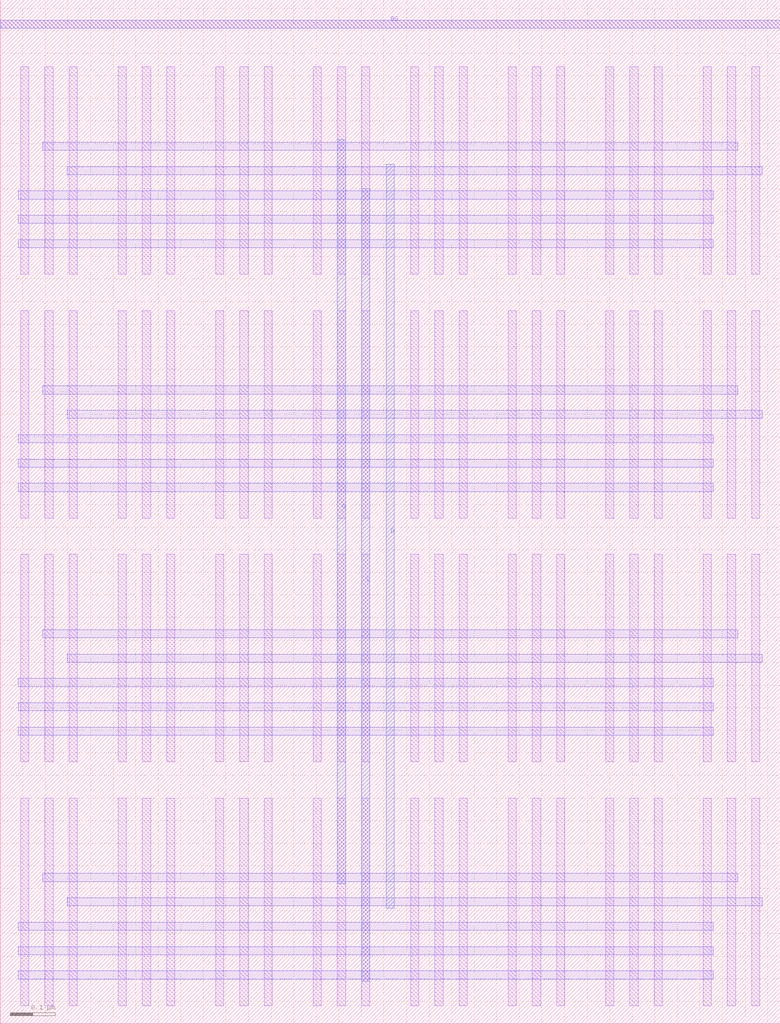
<source format=lef>
MACRO DCL_NMOS_n12_X1_Y1
  ORIGIN 0 0 ;
  FOREIGN DCL_NMOS_n12_X1_Y1 0 0 ;
  SIZE 0.432 BY 0.648 ;
  PIN S
    DIRECTION INOUT ;
    USE SIGNAL ;
    PORT
      LAYER M3 ;
        RECT 0.153 0.094 0.171 0.446 ;
    END
  END S
  PIN BG
    DIRECTION INOUT ;
    USE SIGNAL ;
    PORT
      LAYER M2 ;
        RECT 0.000 0.585 0.432 0.603 ;
    END
  END BG
  PIN D
    DIRECTION INOUT ;
    USE SIGNAL ;
    PORT
      LAYER M3 ;
        RECT 0.207 0.094 0.225 0.446 ;
    END
  END D
  OBS
    LAYER M2 ;
      RECT 0.094 0.261 0.392 0.279 ;
    LAYER M2 ;
      RECT 0.040 0.099 0.284 0.117 ;
    LAYER M2 ;
      RECT 0.040 0.153 0.284 0.171 ;
    LAYER M2 ;
      RECT 0.040 0.207 0.284 0.225 ;
    LAYER M1 ;
      RECT 0.099 0.040 0.117 0.500 ;
    LAYER M1 ;
      RECT 0.315 0.040 0.333 0.500 ;
    LAYER M1 ;
      RECT 0.045 0.040 0.063 0.500 ;
    LAYER M1 ;
      RECT 0.261 0.040 0.279 0.500 ;
    LAYER M1 ;
      RECT 0.153 0.040 0.171 0.500 ;
    LAYER M1 ;
      RECT 0.369 0.040 0.387 0.500 ;
    LAYER M1 ;
      RECT 0.000 0.585 0.432 0.603 ;   
  END
END DCL_NMOS_n12_X1_Y1
MACRO DCL_PMOS_n12_X5_Y2
  ORIGIN 0 0 ;
  FOREIGN DCL_PMOS_n12_X5_Y2 0 0 ;
  SIZE 2.160 BY 1.188 ;
  PIN S
    DIRECTION INOUT ;
    USE SIGNAL ;
    PORT
      LAYER M3 ;
        RECT 1.017 0.094 1.035 0.770 ;
    END
  END S
  PIN BG
    DIRECTION INOUT ;
    USE SIGNAL ;
    PORT
      LAYER M2 ;
        RECT 0.000 1.125 2.160 1.143 ;
    END
  END BG
  PIN D
    DIRECTION INOUT ;
    USE SIGNAL ;
    PORT
      LAYER M3 ;
        RECT 1.071 0.256 1.089 0.824 ;
    END
  END D
  OBS
    LAYER M2 ;
      RECT 0.094 0.261 2.120 0.279 ;
    LAYER M2 ;
      RECT 0.094 0.801 2.120 0.819 ;
    LAYER M2 ;
      RECT 0.040 0.099 2.012 0.117 ;
    LAYER M2 ;
      RECT 0.040 0.153 2.012 0.171 ;
    LAYER M2 ;
      RECT 0.040 0.207 2.012 0.225 ;
    LAYER M2 ;
      RECT 0.040 0.639 2.012 0.657 ;
    LAYER M2 ;
      RECT 0.040 0.693 2.012 0.711 ;
    LAYER M2 ;
      RECT 0.040 0.747 2.012 0.765 ;
    LAYER M1 ;
      RECT 0.000 1.125 2.160 1.143 ;
    LAYER M1 ;
      RECT 0.099 0.040 0.117 0.500 ;
    LAYER M1 ;
      RECT 0.099 0.580 0.117 1.040 ;
    LAYER M1 ;
      RECT 0.315 0.040 0.333 0.500 ;
    LAYER M1 ;
      RECT 0.315 0.580 0.333 1.040 ;
    LAYER M1 ;
      RECT 0.531 0.040 0.549 0.500 ;
    LAYER M1 ;
      RECT 0.531 0.580 0.549 1.040 ;
    LAYER M1 ;
      RECT 0.747 0.040 0.765 0.500 ;
    LAYER M1 ;
      RECT 0.747 0.580 0.765 1.040 ;
    LAYER M1 ;
      RECT 0.963 0.040 0.981 0.500 ;
    LAYER M1 ;
      RECT 0.963 0.580 0.981 1.040 ;
    LAYER M1 ;
      RECT 1.179 0.040 1.197 0.500 ;
    LAYER M1 ;
      RECT 1.179 0.580 1.197 1.040 ;
    LAYER M1 ;
      RECT 1.395 0.040 1.413 0.500 ;
    LAYER M1 ;
      RECT 1.395 0.580 1.413 1.040 ;
    LAYER M1 ;
      RECT 1.611 0.040 1.629 0.500 ;
    LAYER M1 ;
      RECT 1.611 0.580 1.629 1.040 ;
    LAYER M1 ;
      RECT 1.827 0.040 1.845 0.500 ;
    LAYER M1 ;
      RECT 1.827 0.580 1.845 1.040 ;
    LAYER M1 ;
      RECT 2.043 0.040 2.061 0.500 ;
    LAYER M1 ;
      RECT 2.043 0.580 2.061 1.040 ;
    LAYER M1 ;
      RECT 0.045 0.040 0.063 0.500 ;
    LAYER M1 ;
      RECT 0.045 0.580 0.063 1.040 ;
    LAYER M1 ;
      RECT 0.261 0.040 0.279 0.500 ;
    LAYER M1 ;
      RECT 0.261 0.580 0.279 1.040 ;
    LAYER M1 ;
      RECT 0.477 0.040 0.495 0.500 ;
    LAYER M1 ;
      RECT 0.477 0.580 0.495 1.040 ;
    LAYER M1 ;
      RECT 0.693 0.040 0.711 0.500 ;
    LAYER M1 ;
      RECT 0.693 0.580 0.711 1.040 ;
    LAYER M1 ;
      RECT 0.909 0.040 0.927 0.500 ;
    LAYER M1 ;
      RECT 0.909 0.580 0.927 1.040 ;
    LAYER M1 ;
      RECT 1.125 0.040 1.143 0.500 ;
    LAYER M1 ;
      RECT 1.125 0.580 1.143 1.040 ;
    LAYER M1 ;
      RECT 1.341 0.040 1.359 0.500 ;
    LAYER M1 ;
      RECT 1.341 0.580 1.359 1.040 ;
    LAYER M1 ;
      RECT 1.557 0.040 1.575 0.500 ;
    LAYER M1 ;
      RECT 1.557 0.580 1.575 1.040 ;
    LAYER M1 ;
      RECT 1.773 0.040 1.791 0.500 ;
    LAYER M1 ;
      RECT 1.773 0.580 1.791 1.040 ;
    LAYER M1 ;
      RECT 1.989 0.040 2.007 0.500 ;
    LAYER M1 ;
      RECT 1.989 0.580 2.007 1.040 ;
    LAYER M1 ;
      RECT 0.153 0.040 0.171 0.500 ;
    LAYER M1 ;
      RECT 0.153 0.580 0.171 1.040 ;
    LAYER M1 ;
      RECT 0.369 0.040 0.387 0.500 ;
    LAYER M1 ;
      RECT 0.369 0.580 0.387 1.040 ;
    LAYER M1 ;
      RECT 0.585 0.040 0.603 0.500 ;
    LAYER M1 ;
      RECT 0.585 0.580 0.603 1.040 ;
    LAYER M1 ;
      RECT 0.801 0.040 0.819 0.500 ;
    LAYER M1 ;
      RECT 0.801 0.580 0.819 1.040 ;
    LAYER M1 ;
      RECT 1.017 0.040 1.035 0.500 ;
    LAYER M1 ;
      RECT 1.017 0.580 1.035 1.040 ;
    LAYER M1 ;
      RECT 1.233 0.040 1.251 0.500 ;
    LAYER M1 ;
      RECT 1.233 0.580 1.251 1.040 ;
    LAYER M1 ;
      RECT 1.449 0.040 1.467 0.500 ;
    LAYER M1 ;
      RECT 1.449 0.580 1.467 1.040 ;
    LAYER M1 ;
      RECT 1.665 0.040 1.683 0.500 ;
    LAYER M1 ;
      RECT 1.665 0.580 1.683 1.040 ;
    LAYER M1 ;
      RECT 1.881 0.040 1.899 0.500 ;
    LAYER M1 ;
      RECT 1.881 0.580 1.899 1.040 ;
    LAYER M1 ;
      RECT 2.097 0.040 2.115 0.500 ;
    LAYER M1 ;
      RECT 2.097 0.580 2.115 1.040 ;
  END
END DCL_PMOS_n12_X5_Y2
MACRO Switch_NMOS_n12_X2_Y2
  ORIGIN 0 0 ;
  FOREIGN Switch_NMOS_n12_X2_Y2 0 0 ;
  SIZE 0.864 BY 1.188 ;
  PIN S
    DIRECTION INOUT ;
    USE SIGNAL ;
    PORT
      LAYER M3 ;
        RECT 0.369 0.094 0.387 0.770 ;
    END
  END S
  PIN BG
    DIRECTION INOUT ;
    USE SIGNAL ;
    PORT
      LAYER M2 ;
        RECT 0.000 1.125 0.864 1.143 ;
    END
  END BG
  PIN D
    DIRECTION INOUT ;
    USE SIGNAL ;
    PORT
      LAYER M3 ;
        RECT 0.423 0.256 0.441 0.824 ;
    END
  END D
  PIN G
    DIRECTION INOUT ;
    USE SIGNAL ;
    PORT
      LAYER M3 ;
        RECT 0.315 0.310 0.333 0.878 ;
    END
  END G
  OBS
    LAYER M2 ;
      RECT 0.094 0.315 0.770 0.333 ;
    LAYER M2 ;
      RECT 0.094 0.855 0.770 0.873 ;
    LAYER M2 ;
      RECT 0.148 0.261 0.824 0.279 ;
    LAYER M2 ;
      RECT 0.148 0.801 0.824 0.819 ;
    LAYER M2 ;
      RECT 0.040 0.099 0.716 0.117 ;
    LAYER M2 ;
      RECT 0.040 0.153 0.716 0.171 ;
    LAYER M2 ;
      RECT 0.040 0.207 0.716 0.225 ;
    LAYER M2 ;
      RECT 0.040 0.639 0.716 0.657 ;
    LAYER M2 ;
      RECT 0.040 0.693 0.716 0.711 ;
    LAYER M2 ;
      RECT 0.040 0.747 0.716 0.765 ;
    LAYER M1 ;
      RECT 0.000 1.125 0.864 1.143 ;
    LAYER M1 ;
      RECT 0.099 0.040 0.117 0.500 ;
    LAYER M1 ;
      RECT 0.099 0.580 0.117 1.040 ;
    LAYER M1 ;
      RECT 0.315 0.040 0.333 0.500 ;
    LAYER M1 ;
      RECT 0.315 0.580 0.333 1.040 ;
    LAYER M1 ;
      RECT 0.531 0.040 0.549 0.500 ;
    LAYER M1 ;
      RECT 0.531 0.580 0.549 1.040 ;
    LAYER M1 ;
      RECT 0.747 0.040 0.765 0.500 ;
    LAYER M1 ;
      RECT 0.747 0.580 0.765 1.040 ;
    LAYER M1 ;
      RECT 0.045 0.040 0.063 0.500 ;
    LAYER M1 ;
      RECT 0.045 0.580 0.063 1.040 ;
    LAYER M1 ;
      RECT 0.261 0.040 0.279 0.500 ;
    LAYER M1 ;
      RECT 0.261 0.580 0.279 1.040 ;
    LAYER M1 ;
      RECT 0.477 0.040 0.495 0.500 ;
    LAYER M1 ;
      RECT 0.477 0.580 0.495 1.040 ;
    LAYER M1 ;
      RECT 0.693 0.040 0.711 0.500 ;
    LAYER M1 ;
      RECT 0.693 0.580 0.711 1.040 ;
    LAYER M1 ;
      RECT 0.153 0.040 0.171 0.500 ;
    LAYER M1 ;
      RECT 0.153 0.580 0.171 1.040 ;
    LAYER M1 ;
      RECT 0.369 0.040 0.387 0.500 ;
    LAYER M1 ;
      RECT 0.369 0.580 0.387 1.040 ;
    LAYER M1 ;
      RECT 0.585 0.040 0.603 0.500 ;
    LAYER M1 ;
      RECT 0.585 0.580 0.603 1.040 ;
    LAYER M1 ;
      RECT 0.801 0.040 0.819 0.500 ;
    LAYER M1 ;
      RECT 0.801 0.580 0.819 1.040 ;
  END
END Switch_NMOS_n12_X2_Y2
MACRO Switch_NMOS_n12_X4_Y4
  ORIGIN 0 0 ;
  FOREIGN Switch_NMOS_n12_X4_Y4 0 0 ;
  SIZE 1.728 BY 2.268 ;
  PIN S
    DIRECTION INOUT ;
    USE SIGNAL ;
    PORT
      LAYER M3 ;
        RECT 0.801 0.094 0.819 1.850 ;
    END
  END S
  PIN BG
    DIRECTION INOUT ;
    USE SIGNAL ;
    PORT
      LAYER M2 ;
        RECT 0.000 2.205 1.728 2.223 ;
    END
  END BG
  PIN D
    DIRECTION INOUT ;
    USE SIGNAL ;
    PORT
      LAYER M3 ;
        RECT 0.855 0.256 0.873 1.904 ;
    END
  END D
  PIN G
    DIRECTION INOUT ;
    USE SIGNAL ;
    PORT
      LAYER M3 ;
        RECT 0.747 0.310 0.765 1.958 ;
    END
  END G
  OBS
    LAYER M2 ;
      RECT 0.094 0.315 1.634 0.333 ;
    LAYER M2 ;
      RECT 0.094 0.855 1.634 0.873 ;
    LAYER M2 ;
      RECT 0.094 1.395 1.634 1.413 ;
    LAYER M2 ;
      RECT 0.094 1.935 1.634 1.953 ;
    LAYER M2 ;
      RECT 0.148 0.261 1.688 0.279 ;
    LAYER M2 ;
      RECT 0.148 0.801 1.688 0.819 ;
    LAYER M2 ;
      RECT 0.148 1.341 1.688 1.359 ;
    LAYER M2 ;
      RECT 0.148 1.881 1.688 1.899 ;
    LAYER M2 ;
      RECT 0.040 0.099 1.580 0.117 ;
    LAYER M2 ;
      RECT 0.040 0.153 1.580 0.171 ;
    LAYER M2 ;
      RECT 0.040 0.207 1.580 0.225 ;
    LAYER M2 ;
      RECT 0.040 0.639 1.580 0.657 ;
    LAYER M2 ;
      RECT 0.040 0.693 1.580 0.711 ;
    LAYER M2 ;
      RECT 0.040 0.747 1.580 0.765 ;
    LAYER M2 ;
      RECT 0.040 1.179 1.580 1.197 ;
    LAYER M2 ;
      RECT 0.040 1.233 1.580 1.251 ;
    LAYER M2 ;
      RECT 0.040 1.287 1.580 1.305 ;
    LAYER M2 ;
      RECT 0.040 1.719 1.580 1.737 ;
    LAYER M2 ;
      RECT 0.040 1.773 1.580 1.791 ;
    LAYER M2 ;
      RECT 0.040 1.827 1.580 1.845 ;
    LAYER M1 ;
      RECT 0.000 2.205 1.728 2.223 ;
    LAYER M1 ;
      RECT 0.099 0.040 0.117 0.500 ;
    LAYER M1 ;
      RECT 0.099 0.580 0.117 1.040 ;
    LAYER M1 ;
      RECT 0.099 1.120 0.117 1.580 ;
    LAYER M1 ;
      RECT 0.099 1.660 0.117 2.120 ;
    LAYER M1 ;
      RECT 0.315 0.040 0.333 0.500 ;
    LAYER M1 ;
      RECT 0.315 0.580 0.333 1.040 ;
    LAYER M1 ;
      RECT 0.315 1.120 0.333 1.580 ;
    LAYER M1 ;
      RECT 0.315 1.660 0.333 2.120 ;
    LAYER M1 ;
      RECT 0.531 0.040 0.549 0.500 ;
    LAYER M1 ;
      RECT 0.531 0.580 0.549 1.040 ;
    LAYER M1 ;
      RECT 0.531 1.120 0.549 1.580 ;
    LAYER M1 ;
      RECT 0.531 1.660 0.549 2.120 ;
    LAYER M1 ;
      RECT 0.747 0.040 0.765 0.500 ;
    LAYER M1 ;
      RECT 0.747 0.580 0.765 1.040 ;
    LAYER M1 ;
      RECT 0.747 1.120 0.765 1.580 ;
    LAYER M1 ;
      RECT 0.747 1.660 0.765 2.120 ;
    LAYER M1 ;
      RECT 0.963 0.040 0.981 0.500 ;
    LAYER M1 ;
      RECT 0.963 0.580 0.981 1.040 ;
    LAYER M1 ;
      RECT 0.963 1.120 0.981 1.580 ;
    LAYER M1 ;
      RECT 0.963 1.660 0.981 2.120 ;
    LAYER M1 ;
      RECT 1.179 0.040 1.197 0.500 ;
    LAYER M1 ;
      RECT 1.179 0.580 1.197 1.040 ;
    LAYER M1 ;
      RECT 1.179 1.120 1.197 1.580 ;
    LAYER M1 ;
      RECT 1.179 1.660 1.197 2.120 ;
    LAYER M1 ;
      RECT 1.395 0.040 1.413 0.500 ;
    LAYER M1 ;
      RECT 1.395 0.580 1.413 1.040 ;
    LAYER M1 ;
      RECT 1.395 1.120 1.413 1.580 ;
    LAYER M1 ;
      RECT 1.395 1.660 1.413 2.120 ;
    LAYER M1 ;
      RECT 1.611 0.040 1.629 0.500 ;
    LAYER M1 ;
      RECT 1.611 0.580 1.629 1.040 ;
    LAYER M1 ;
      RECT 1.611 1.120 1.629 1.580 ;
    LAYER M1 ;
      RECT 1.611 1.660 1.629 2.120 ;
    LAYER M1 ;
      RECT 0.045 0.040 0.063 0.500 ;
    LAYER M1 ;
      RECT 0.045 0.580 0.063 1.040 ;
    LAYER M1 ;
      RECT 0.045 1.120 0.063 1.580 ;
    LAYER M1 ;
      RECT 0.045 1.660 0.063 2.120 ;
    LAYER M1 ;
      RECT 0.261 0.040 0.279 0.500 ;
    LAYER M1 ;
      RECT 0.261 0.580 0.279 1.040 ;
    LAYER M1 ;
      RECT 0.261 1.120 0.279 1.580 ;
    LAYER M1 ;
      RECT 0.261 1.660 0.279 2.120 ;
    LAYER M1 ;
      RECT 0.477 0.040 0.495 0.500 ;
    LAYER M1 ;
      RECT 0.477 0.580 0.495 1.040 ;
    LAYER M1 ;
      RECT 0.477 1.120 0.495 1.580 ;
    LAYER M1 ;
      RECT 0.477 1.660 0.495 2.120 ;
    LAYER M1 ;
      RECT 0.693 0.040 0.711 0.500 ;
    LAYER M1 ;
      RECT 0.693 0.580 0.711 1.040 ;
    LAYER M1 ;
      RECT 0.693 1.120 0.711 1.580 ;
    LAYER M1 ;
      RECT 0.693 1.660 0.711 2.120 ;
    LAYER M1 ;
      RECT 0.909 0.040 0.927 0.500 ;
    LAYER M1 ;
      RECT 0.909 0.580 0.927 1.040 ;
    LAYER M1 ;
      RECT 0.909 1.120 0.927 1.580 ;
    LAYER M1 ;
      RECT 0.909 1.660 0.927 2.120 ;
    LAYER M1 ;
      RECT 1.125 0.040 1.143 0.500 ;
    LAYER M1 ;
      RECT 1.125 0.580 1.143 1.040 ;
    LAYER M1 ;
      RECT 1.125 1.120 1.143 1.580 ;
    LAYER M1 ;
      RECT 1.125 1.660 1.143 2.120 ;
    LAYER M1 ;
      RECT 1.341 0.040 1.359 0.500 ;
    LAYER M1 ;
      RECT 1.341 0.580 1.359 1.040 ;
    LAYER M1 ;
      RECT 1.341 1.120 1.359 1.580 ;
    LAYER M1 ;
      RECT 1.341 1.660 1.359 2.120 ;
    LAYER M1 ;
      RECT 1.557 0.040 1.575 0.500 ;
    LAYER M1 ;
      RECT 1.557 0.580 1.575 1.040 ;
    LAYER M1 ;
      RECT 1.557 1.120 1.575 1.580 ;
    LAYER M1 ;
      RECT 1.557 1.660 1.575 2.120 ;
    LAYER M1 ;
      RECT 0.153 0.040 0.171 0.500 ;
    LAYER M1 ;
      RECT 0.153 0.580 0.171 1.040 ;
    LAYER M1 ;
      RECT 0.153 1.120 0.171 1.580 ;
    LAYER M1 ;
      RECT 0.153 1.660 0.171 2.120 ;
    LAYER M1 ;
      RECT 0.369 0.040 0.387 0.500 ;
    LAYER M1 ;
      RECT 0.369 0.580 0.387 1.040 ;
    LAYER M1 ;
      RECT 0.369 1.120 0.387 1.580 ;
    LAYER M1 ;
      RECT 0.369 1.660 0.387 2.120 ;
    LAYER M1 ;
      RECT 0.585 0.040 0.603 0.500 ;
    LAYER M1 ;
      RECT 0.585 0.580 0.603 1.040 ;
    LAYER M1 ;
      RECT 0.585 1.120 0.603 1.580 ;
    LAYER M1 ;
      RECT 0.585 1.660 0.603 2.120 ;
    LAYER M1 ;
      RECT 0.801 0.040 0.819 0.500 ;
    LAYER M1 ;
      RECT 0.801 0.580 0.819 1.040 ;
    LAYER M1 ;
      RECT 0.801 1.120 0.819 1.580 ;
    LAYER M1 ;
      RECT 0.801 1.660 0.819 2.120 ;
    LAYER M1 ;
      RECT 1.017 0.040 1.035 0.500 ;
    LAYER M1 ;
      RECT 1.017 0.580 1.035 1.040 ;
    LAYER M1 ;
      RECT 1.017 1.120 1.035 1.580 ;
    LAYER M1 ;
      RECT 1.017 1.660 1.035 2.120 ;
    LAYER M1 ;
      RECT 1.233 0.040 1.251 0.500 ;
    LAYER M1 ;
      RECT 1.233 0.580 1.251 1.040 ;
    LAYER M1 ;
      RECT 1.233 1.120 1.251 1.580 ;
    LAYER M1 ;
      RECT 1.233 1.660 1.251 2.120 ;
    LAYER M1 ;
      RECT 1.449 0.040 1.467 0.500 ;
    LAYER M1 ;
      RECT 1.449 0.580 1.467 1.040 ;
    LAYER M1 ;
      RECT 1.449 1.120 1.467 1.580 ;
    LAYER M1 ;
      RECT 1.449 1.660 1.467 2.120 ;
    LAYER M1 ;
      RECT 1.665 0.040 1.683 0.500 ;
    LAYER M1 ;
      RECT 1.665 0.580 1.683 1.040 ;
    LAYER M1 ;
      RECT 1.665 1.120 1.683 1.580 ;
    LAYER M1 ;
      RECT 1.665 1.660 1.683 2.120 ;
  END
END Switch_NMOS_n12_X4_Y4
MACRO Switch_PMOS_n12_X5_Y2
  ORIGIN 0 0 ;
  FOREIGN Switch_PMOS_n12_X5_Y2 0 0 ;
  SIZE 2.160 BY 1.188 ;
  PIN S
    DIRECTION INOUT ;
    USE SIGNAL ;
    PORT
      LAYER M3 ;
        RECT 1.017 0.094 1.035 0.770 ;
    END
  END S
  PIN BG
    DIRECTION INOUT ;
    USE SIGNAL ;
    PORT
      LAYER M2 ;
        RECT 0.000 1.125 2.160 1.143 ;
    END
  END BG
  PIN D
    DIRECTION INOUT ;
    USE SIGNAL ;
    PORT
      LAYER M3 ;
        RECT 1.071 0.256 1.089 0.824 ;
    END
  END D
  PIN G
    DIRECTION INOUT ;
    USE SIGNAL ;
    PORT
      LAYER M3 ;
        RECT 0.963 0.310 0.981 0.878 ;
    END
  END G
  OBS
    LAYER M2 ;
      RECT 0.094 0.315 2.066 0.333 ;
    LAYER M2 ;
      RECT 0.094 0.855 2.066 0.873 ;
    LAYER M2 ;
      RECT 0.148 0.261 2.120 0.279 ;
    LAYER M2 ;
      RECT 0.148 0.801 2.120 0.819 ;
    LAYER M2 ;
      RECT 0.040 0.099 2.012 0.117 ;
    LAYER M2 ;
      RECT 0.040 0.153 2.012 0.171 ;
    LAYER M2 ;
      RECT 0.040 0.207 2.012 0.225 ;
    LAYER M2 ;
      RECT 0.040 0.639 2.012 0.657 ;
    LAYER M2 ;
      RECT 0.040 0.693 2.012 0.711 ;
    LAYER M2 ;
      RECT 0.040 0.747 2.012 0.765 ;
    LAYER M1 ;
      RECT 0.000 1.125 2.160 1.143 ;
    LAYER M1 ;
      RECT 0.099 0.040 0.117 0.500 ;
    LAYER M1 ;
      RECT 0.099 0.580 0.117 1.040 ;
    LAYER M1 ;
      RECT 0.315 0.040 0.333 0.500 ;
    LAYER M1 ;
      RECT 0.315 0.580 0.333 1.040 ;
    LAYER M1 ;
      RECT 0.531 0.040 0.549 0.500 ;
    LAYER M1 ;
      RECT 0.531 0.580 0.549 1.040 ;
    LAYER M1 ;
      RECT 0.747 0.040 0.765 0.500 ;
    LAYER M1 ;
      RECT 0.747 0.580 0.765 1.040 ;
    LAYER M1 ;
      RECT 0.963 0.040 0.981 0.500 ;
    LAYER M1 ;
      RECT 0.963 0.580 0.981 1.040 ;
    LAYER M1 ;
      RECT 1.179 0.040 1.197 0.500 ;
    LAYER M1 ;
      RECT 1.179 0.580 1.197 1.040 ;
    LAYER M1 ;
      RECT 1.395 0.040 1.413 0.500 ;
    LAYER M1 ;
      RECT 1.395 0.580 1.413 1.040 ;
    LAYER M1 ;
      RECT 1.611 0.040 1.629 0.500 ;
    LAYER M1 ;
      RECT 1.611 0.580 1.629 1.040 ;
    LAYER M1 ;
      RECT 1.827 0.040 1.845 0.500 ;
    LAYER M1 ;
      RECT 1.827 0.580 1.845 1.040 ;
    LAYER M1 ;
      RECT 2.043 0.040 2.061 0.500 ;
    LAYER M1 ;
      RECT 2.043 0.580 2.061 1.040 ;
    LAYER M1 ;
      RECT 0.045 0.040 0.063 0.500 ;
    LAYER M1 ;
      RECT 0.045 0.580 0.063 1.040 ;
    LAYER M1 ;
      RECT 0.261 0.040 0.279 0.500 ;
    LAYER M1 ;
      RECT 0.261 0.580 0.279 1.040 ;
    LAYER M1 ;
      RECT 0.477 0.040 0.495 0.500 ;
    LAYER M1 ;
      RECT 0.477 0.580 0.495 1.040 ;
    LAYER M1 ;
      RECT 0.693 0.040 0.711 0.500 ;
    LAYER M1 ;
      RECT 0.693 0.580 0.711 1.040 ;
    LAYER M1 ;
      RECT 0.909 0.040 0.927 0.500 ;
    LAYER M1 ;
      RECT 0.909 0.580 0.927 1.040 ;
    LAYER M1 ;
      RECT 1.125 0.040 1.143 0.500 ;
    LAYER M1 ;
      RECT 1.125 0.580 1.143 1.040 ;
    LAYER M1 ;
      RECT 1.341 0.040 1.359 0.500 ;
    LAYER M1 ;
      RECT 1.341 0.580 1.359 1.040 ;
    LAYER M1 ;
      RECT 1.557 0.040 1.575 0.500 ;
    LAYER M1 ;
      RECT 1.557 0.580 1.575 1.040 ;
    LAYER M1 ;
      RECT 1.773 0.040 1.791 0.500 ;
    LAYER M1 ;
      RECT 1.773 0.580 1.791 1.040 ;
    LAYER M1 ;
      RECT 1.989 0.040 2.007 0.500 ;
    LAYER M1 ;
      RECT 1.989 0.580 2.007 1.040 ;
    LAYER M1 ;
      RECT 0.153 0.040 0.171 0.500 ;
    LAYER M1 ;
      RECT 0.153 0.580 0.171 1.040 ;
    LAYER M1 ;
      RECT 0.369 0.040 0.387 0.500 ;
    LAYER M1 ;
      RECT 0.369 0.580 0.387 1.040 ;
    LAYER M1 ;
      RECT 0.585 0.040 0.603 0.500 ;
    LAYER M1 ;
      RECT 0.585 0.580 0.603 1.040 ;
    LAYER M1 ;
      RECT 0.801 0.040 0.819 0.500 ;
    LAYER M1 ;
      RECT 0.801 0.580 0.819 1.040 ;
    LAYER M1 ;
      RECT 1.017 0.040 1.035 0.500 ;
    LAYER M1 ;
      RECT 1.017 0.580 1.035 1.040 ;
    LAYER M1 ;
      RECT 1.233 0.040 1.251 0.500 ;
    LAYER M1 ;
      RECT 1.233 0.580 1.251 1.040 ;
    LAYER M1 ;
      RECT 1.449 0.040 1.467 0.500 ;
    LAYER M1 ;
      RECT 1.449 0.580 1.467 1.040 ;
    LAYER M1 ;
      RECT 1.665 0.040 1.683 0.500 ;
    LAYER M1 ;
      RECT 1.665 0.580 1.683 1.040 ;
    LAYER M1 ;
      RECT 1.881 0.040 1.899 0.500 ;
    LAYER M1 ;
      RECT 1.881 0.580 1.899 1.040 ;
    LAYER M1 ;
      RECT 2.097 0.040 2.115 0.500 ;
    LAYER M1 ;
      RECT 2.097 0.580 2.115 1.040 ;
  END
END Switch_PMOS_n12_X5_Y2

</source>
